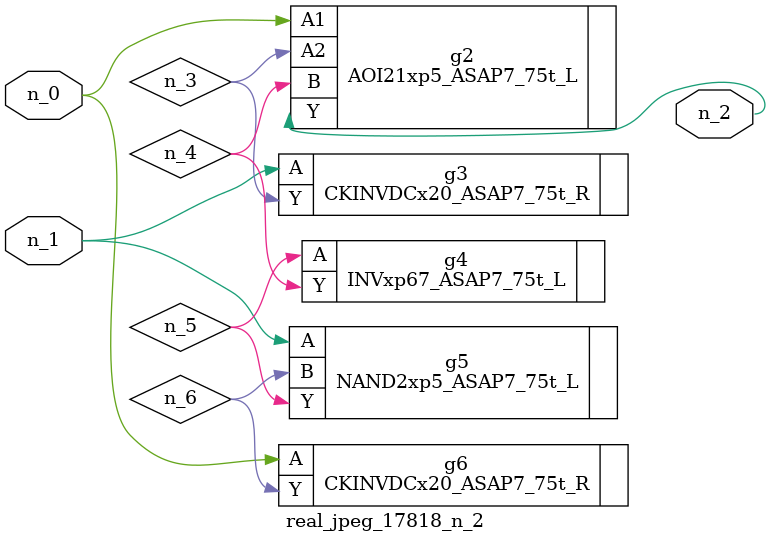
<source format=v>
module real_jpeg_17818_n_2 (n_1, n_0, n_2);

input n_1;
input n_0;

output n_2;

wire n_5;
wire n_4;
wire n_6;
wire n_3;

AOI21xp5_ASAP7_75t_L g2 ( 
.A1(n_0),
.A2(n_3),
.B(n_4),
.Y(n_2)
);

CKINVDCx20_ASAP7_75t_R g6 ( 
.A(n_0),
.Y(n_6)
);

CKINVDCx20_ASAP7_75t_R g3 ( 
.A(n_1),
.Y(n_3)
);

NAND2xp5_ASAP7_75t_L g5 ( 
.A(n_1),
.B(n_6),
.Y(n_5)
);

INVxp67_ASAP7_75t_L g4 ( 
.A(n_5),
.Y(n_4)
);


endmodule
</source>
